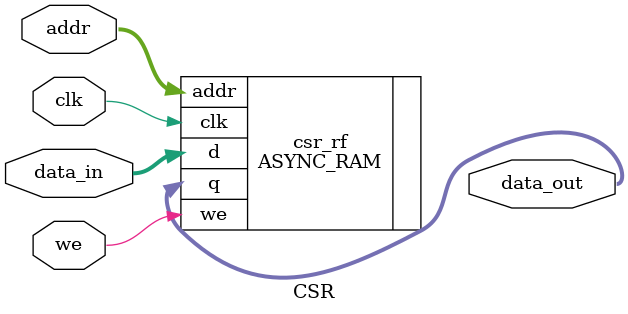
<source format=v>
module CSR #(
  parameter DWIDTH = 32
) (
  input clk,
  input we,
  input [11:0] addr,
  input [DWIDTH - 1:0] data_in,
  output [DWIDTH - 1:0] data_out
);

  ASYNC_RAM #(
    .AWIDTH(12),
    .DWIDTH(DWIDTH)
  ) csr_rf (
    .addr(addr),  // input
    .we(we),    // input

    .q(data_out),  // output
    .d(data_in),

    .clk(clk)
  );

endmodule
</source>
